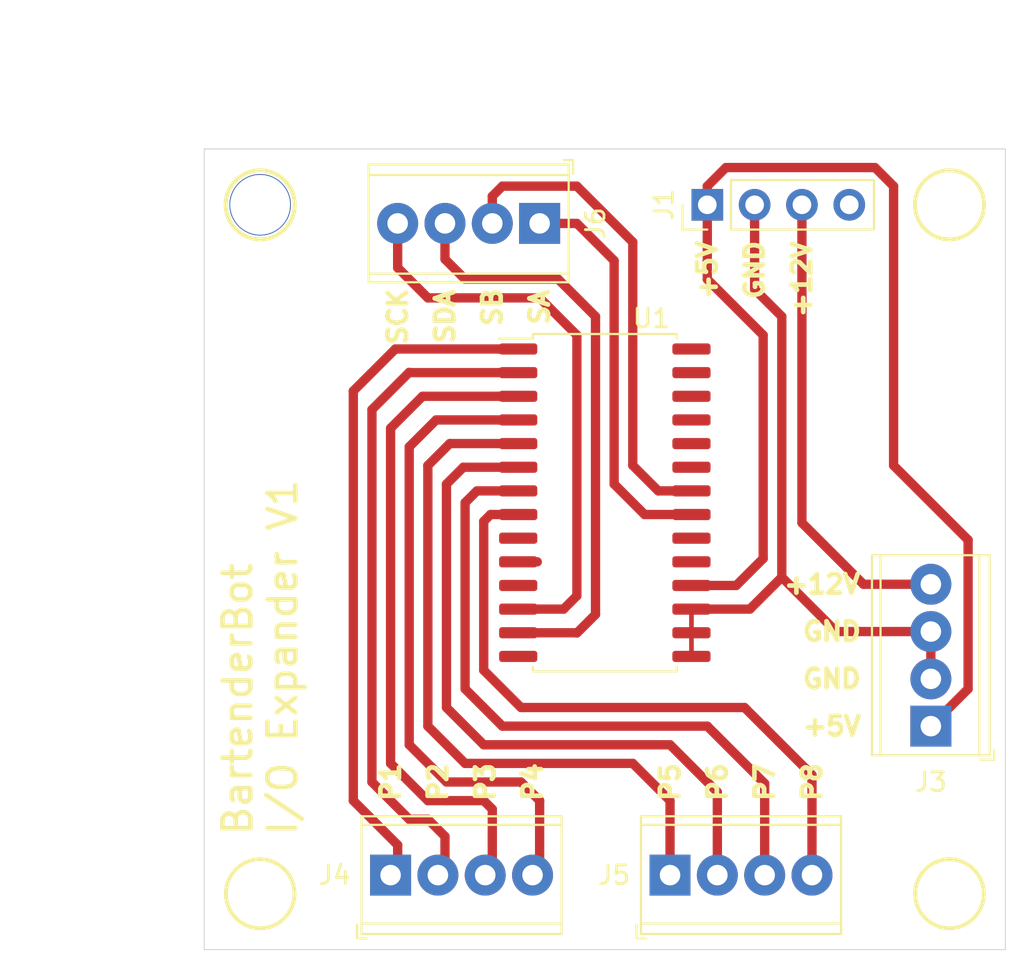
<source format=kicad_pcb>
(kicad_pcb (version 20171130) (host pcbnew "(5.1.8-0-10_14)")

  (general
    (thickness 1.6)
    (drawings 26)
    (tracks 116)
    (zones 0)
    (modules 10)
    (nets 27)
  )

  (page A4)
  (layers
    (0 F.Cu signal)
    (31 B.Cu signal)
    (32 B.Adhes user)
    (33 F.Adhes user)
    (34 B.Paste user)
    (35 F.Paste user)
    (36 B.SilkS user)
    (37 F.SilkS user)
    (38 B.Mask user)
    (39 F.Mask user)
    (40 Dwgs.User user)
    (41 Cmts.User user)
    (42 Eco1.User user)
    (43 Eco2.User user)
    (44 Edge.Cuts user)
    (45 Margin user)
    (46 B.CrtYd user)
    (47 F.CrtYd user)
    (48 B.Fab user)
    (49 F.Fab user)
  )

  (setup
    (last_trace_width 0.25)
    (user_trace_width 0.5)
    (trace_clearance 0.2)
    (zone_clearance 0.508)
    (zone_45_only no)
    (trace_min 0.5)
    (via_size 0.8)
    (via_drill 0.4)
    (via_min_size 0.4)
    (via_min_drill 0.3)
    (uvia_size 0.3)
    (uvia_drill 0.1)
    (uvias_allowed no)
    (uvia_min_size 0.2)
    (uvia_min_drill 0.1)
    (edge_width 0.05)
    (segment_width 0.2)
    (pcb_text_width 0.3)
    (pcb_text_size 1.5 1.5)
    (mod_edge_width 0.12)
    (mod_text_size 1 1)
    (mod_text_width 0.15)
    (pad_size 3.302 3.302)
    (pad_drill 3.302)
    (pad_to_mask_clearance 0)
    (aux_axis_origin 0 0)
    (visible_elements FFFFFF7F)
    (pcbplotparams
      (layerselection 0x010fc_ffffffff)
      (usegerberextensions false)
      (usegerberattributes true)
      (usegerberadvancedattributes true)
      (creategerberjobfile true)
      (excludeedgelayer true)
      (linewidth 0.100000)
      (plotframeref false)
      (viasonmask false)
      (mode 1)
      (useauxorigin false)
      (hpglpennumber 1)
      (hpglpenspeed 20)
      (hpglpendiameter 15.000000)
      (psnegative false)
      (psa4output false)
      (plotreference true)
      (plotvalue true)
      (plotinvisibletext false)
      (padsonsilk false)
      (subtractmaskfromsilk false)
      (outputformat 1)
      (mirror false)
      (drillshape 0)
      (scaleselection 1)
      (outputdirectory ""))
  )

  (net 0 "")
  (net 1 +5V)
  (net 2 GND)
  (net 3 +12V)
  (net 4 /Pump4)
  (net 5 /Pump3)
  (net 6 /Pump2)
  (net 7 /Pump1)
  (net 8 /Pump5)
  (net 9 /Pump6)
  (net 10 /Pump7)
  (net 11 /Pump8)
  (net 12 /SCK)
  (net 13 /SDA)
  (net 14 /StepB)
  (net 15 /StepA)
  (net 16 "Net-(U1-Pad11)")
  (net 17 "Net-(U1-Pad14)")
  (net 18 "Net-(U1-Pad19)")
  (net 19 "Net-(U1-Pad20)")
  (net 20 "Net-(U1-Pad23)")
  (net 21 "Net-(U1-Pad24)")
  (net 22 "Net-(U1-Pad25)")
  (net 23 "Net-(U1-Pad26)")
  (net 24 "Net-(U1-Pad27)")
  (net 25 "Net-(U1-Pad28)")
  (net 26 "Net-(J1-Pad4)")

  (net_class Default "This is the default net class."
    (clearance 0.2)
    (trace_width 0.25)
    (via_dia 0.8)
    (via_drill 0.4)
    (uvia_dia 0.3)
    (uvia_drill 0.1)
    (add_net +12V)
    (add_net +5V)
    (add_net /Pump1)
    (add_net /Pump2)
    (add_net /Pump3)
    (add_net /Pump4)
    (add_net /Pump5)
    (add_net /Pump6)
    (add_net /Pump7)
    (add_net /Pump8)
    (add_net /SCK)
    (add_net /SDA)
    (add_net /StepA)
    (add_net /StepB)
    (add_net GND)
    (add_net "Net-(J1-Pad4)")
    (add_net "Net-(U1-Pad11)")
    (add_net "Net-(U1-Pad14)")
    (add_net "Net-(U1-Pad19)")
    (add_net "Net-(U1-Pad20)")
    (add_net "Net-(U1-Pad23)")
    (add_net "Net-(U1-Pad24)")
    (add_net "Net-(U1-Pad25)")
    (add_net "Net-(U1-Pad26)")
    (add_net "Net-(U1-Pad27)")
    (add_net "Net-(U1-Pad28)")
  )

  (module Package_SO:SOIC-28W_7.5x17.9mm_P1.27mm (layer F.Cu) (tedit 5D9F72B1) (tstamp 5FC67BB7)
    (at 121.5 59)
    (descr "SOIC, 28 Pin (JEDEC MS-013AE, https://www.analog.com/media/en/package-pcb-resources/package/35833120341221rw_28.pdf), generated with kicad-footprint-generator ipc_gullwing_generator.py")
    (tags "SOIC SO")
    (path /5FC5ECEE)
    (attr smd)
    (fp_text reference U1 (at 2.5 -9.9) (layer F.SilkS)
      (effects (font (size 1 1) (thickness 0.15)))
    )
    (fp_text value MCP23017_SO (at 0 9.9) (layer F.Fab)
      (effects (font (size 1 1) (thickness 0.15)))
    )
    (fp_line (start 0 9.06) (end 3.86 9.06) (layer F.SilkS) (width 0.12))
    (fp_line (start 3.86 9.06) (end 3.86 8.815) (layer F.SilkS) (width 0.12))
    (fp_line (start 0 9.06) (end -3.86 9.06) (layer F.SilkS) (width 0.12))
    (fp_line (start -3.86 9.06) (end -3.86 8.815) (layer F.SilkS) (width 0.12))
    (fp_line (start 0 -9.06) (end 3.86 -9.06) (layer F.SilkS) (width 0.12))
    (fp_line (start 3.86 -9.06) (end 3.86 -8.815) (layer F.SilkS) (width 0.12))
    (fp_line (start 0 -9.06) (end -3.86 -9.06) (layer F.SilkS) (width 0.12))
    (fp_line (start -3.86 -9.06) (end -3.86 -8.815) (layer F.SilkS) (width 0.12))
    (fp_line (start -3.86 -8.815) (end -5.675 -8.815) (layer F.SilkS) (width 0.12))
    (fp_line (start -2.75 -8.95) (end 3.75 -8.95) (layer F.Fab) (width 0.1))
    (fp_line (start 3.75 -8.95) (end 3.75 8.95) (layer F.Fab) (width 0.1))
    (fp_line (start 3.75 8.95) (end -3.75 8.95) (layer F.Fab) (width 0.1))
    (fp_line (start -3.75 8.95) (end -3.75 -7.95) (layer F.Fab) (width 0.1))
    (fp_line (start -3.75 -7.95) (end -2.75 -8.95) (layer F.Fab) (width 0.1))
    (fp_line (start -5.93 -9.2) (end -5.93 9.2) (layer F.CrtYd) (width 0.05))
    (fp_line (start -5.93 9.2) (end 5.93 9.2) (layer F.CrtYd) (width 0.05))
    (fp_line (start 5.93 9.2) (end 5.93 -9.2) (layer F.CrtYd) (width 0.05))
    (fp_line (start 5.93 -9.2) (end -5.93 -9.2) (layer F.CrtYd) (width 0.05))
    (fp_text user %R (at 0 0) (layer F.Fab)
      (effects (font (size 1 1) (thickness 0.15)))
    )
    (pad 1 smd roundrect (at -4.65 -8.255) (size 2.05 0.6) (layers F.Cu F.Paste F.Mask) (roundrect_rratio 0.25)
      (net 7 /Pump1))
    (pad 2 smd roundrect (at -4.65 -6.985) (size 2.05 0.6) (layers F.Cu F.Paste F.Mask) (roundrect_rratio 0.25)
      (net 6 /Pump2))
    (pad 3 smd roundrect (at -4.65 -5.715) (size 2.05 0.6) (layers F.Cu F.Paste F.Mask) (roundrect_rratio 0.25)
      (net 5 /Pump3))
    (pad 4 smd roundrect (at -4.65 -4.445) (size 2.05 0.6) (layers F.Cu F.Paste F.Mask) (roundrect_rratio 0.25)
      (net 4 /Pump4))
    (pad 5 smd roundrect (at -4.65 -3.175) (size 2.05 0.6) (layers F.Cu F.Paste F.Mask) (roundrect_rratio 0.25)
      (net 8 /Pump5))
    (pad 6 smd roundrect (at -4.65 -1.905) (size 2.05 0.6) (layers F.Cu F.Paste F.Mask) (roundrect_rratio 0.25)
      (net 9 /Pump6))
    (pad 7 smd roundrect (at -4.65 -0.635) (size 2.05 0.6) (layers F.Cu F.Paste F.Mask) (roundrect_rratio 0.25)
      (net 10 /Pump7))
    (pad 8 smd roundrect (at -4.65 0.635) (size 2.05 0.6) (layers F.Cu F.Paste F.Mask) (roundrect_rratio 0.25)
      (net 11 /Pump8))
    (pad 9 smd roundrect (at -4.65 1.905) (size 2.05 0.6) (layers F.Cu F.Paste F.Mask) (roundrect_rratio 0.25)
      (net 1 +5V))
    (pad 10 smd roundrect (at -4.65 3.175) (size 2.05 0.6) (layers F.Cu F.Paste F.Mask) (roundrect_rratio 0.25)
      (net 2 GND))
    (pad 11 smd roundrect (at -4.65 4.445) (size 2.05 0.6) (layers F.Cu F.Paste F.Mask) (roundrect_rratio 0.25)
      (net 16 "Net-(U1-Pad11)"))
    (pad 12 smd roundrect (at -4.65 5.715) (size 2.05 0.6) (layers F.Cu F.Paste F.Mask) (roundrect_rratio 0.25)
      (net 12 /SCK))
    (pad 13 smd roundrect (at -4.65 6.985) (size 2.05 0.6) (layers F.Cu F.Paste F.Mask) (roundrect_rratio 0.25)
      (net 13 /SDA))
    (pad 14 smd roundrect (at -4.65 8.255) (size 2.05 0.6) (layers F.Cu F.Paste F.Mask) (roundrect_rratio 0.25)
      (net 17 "Net-(U1-Pad14)"))
    (pad 15 smd roundrect (at 4.65 8.255) (size 2.05 0.6) (layers F.Cu F.Paste F.Mask) (roundrect_rratio 0.25)
      (net 2 GND))
    (pad 16 smd roundrect (at 4.65 6.985) (size 2.05 0.6) (layers F.Cu F.Paste F.Mask) (roundrect_rratio 0.25)
      (net 2 GND))
    (pad 17 smd roundrect (at 4.65 5.715) (size 2.05 0.6) (layers F.Cu F.Paste F.Mask) (roundrect_rratio 0.25)
      (net 2 GND))
    (pad 18 smd roundrect (at 4.65 4.445) (size 2.05 0.6) (layers F.Cu F.Paste F.Mask) (roundrect_rratio 0.25)
      (net 1 +5V))
    (pad 19 smd roundrect (at 4.65 3.175) (size 2.05 0.6) (layers F.Cu F.Paste F.Mask) (roundrect_rratio 0.25)
      (net 18 "Net-(U1-Pad19)"))
    (pad 20 smd roundrect (at 4.65 1.905) (size 2.05 0.6) (layers F.Cu F.Paste F.Mask) (roundrect_rratio 0.25)
      (net 19 "Net-(U1-Pad20)"))
    (pad 21 smd roundrect (at 4.65 0.635) (size 2.05 0.6) (layers F.Cu F.Paste F.Mask) (roundrect_rratio 0.25)
      (net 15 /StepA))
    (pad 22 smd roundrect (at 4.65 -0.635) (size 2.05 0.6) (layers F.Cu F.Paste F.Mask) (roundrect_rratio 0.25)
      (net 14 /StepB))
    (pad 23 smd roundrect (at 4.65 -1.905) (size 2.05 0.6) (layers F.Cu F.Paste F.Mask) (roundrect_rratio 0.25)
      (net 20 "Net-(U1-Pad23)"))
    (pad 24 smd roundrect (at 4.65 -3.175) (size 2.05 0.6) (layers F.Cu F.Paste F.Mask) (roundrect_rratio 0.25)
      (net 21 "Net-(U1-Pad24)"))
    (pad 25 smd roundrect (at 4.65 -4.445) (size 2.05 0.6) (layers F.Cu F.Paste F.Mask) (roundrect_rratio 0.25)
      (net 22 "Net-(U1-Pad25)"))
    (pad 26 smd roundrect (at 4.65 -5.715) (size 2.05 0.6) (layers F.Cu F.Paste F.Mask) (roundrect_rratio 0.25)
      (net 23 "Net-(U1-Pad26)"))
    (pad 27 smd roundrect (at 4.65 -6.985) (size 2.05 0.6) (layers F.Cu F.Paste F.Mask) (roundrect_rratio 0.25)
      (net 24 "Net-(U1-Pad27)"))
    (pad 28 smd roundrect (at 4.65 -8.255) (size 2.05 0.6) (layers F.Cu F.Paste F.Mask) (roundrect_rratio 0.25)
      (net 25 "Net-(U1-Pad28)"))
    (model ${KISYS3DMOD}/Package_SO.3dshapes/SOIC-28W_7.5x17.9mm_P1.27mm.wrl
      (at (xyz 0 0 0))
      (scale (xyz 1 1 1))
      (rotate (xyz 0 0 0))
    )
  )

  (module TerminalBlock_Phoenix:TerminalBlock_Phoenix_MPT-0,5-4-2.54_1x04_P2.54mm_Horizontal (layer F.Cu) (tedit 5B294F98) (tstamp 5FC71A2F)
    (at 118 44 180)
    (descr "Terminal Block Phoenix MPT-0,5-4-2.54, 4 pins, pitch 2.54mm, size 10.6x6.2mm^2, drill diamater 1.1mm, pad diameter 2.2mm, see http://www.mouser.com/ds/2/324/ItemDetail_1725672-916605.pdf, script-generated using https://github.com/pointhi/kicad-footprint-generator/scripts/TerminalBlock_Phoenix")
    (tags "THT Terminal Block Phoenix MPT-0,5-4-2.54 pitch 2.54mm size 10.6x6.2mm^2 drill 1.1mm pad 2.2mm")
    (path /5FC6C712)
    (fp_text reference J6 (at -3 0 90) (layer F.SilkS)
      (effects (font (size 1 1) (thickness 0.15)))
    )
    (fp_text value Screw_Terminal_01x04 (at 3.81 4.16) (layer F.Fab)
      (effects (font (size 1 1) (thickness 0.15)))
    )
    (fp_circle (center 0 0) (end 1.1 0) (layer F.Fab) (width 0.1))
    (fp_circle (center 2.54 0) (end 3.64 0) (layer F.Fab) (width 0.1))
    (fp_circle (center 5.08 0) (end 6.18 0) (layer F.Fab) (width 0.1))
    (fp_circle (center 7.62 0) (end 8.72 0) (layer F.Fab) (width 0.1))
    (fp_line (start -1.5 -3.1) (end 9.12 -3.1) (layer F.Fab) (width 0.1))
    (fp_line (start 9.12 -3.1) (end 9.12 3.1) (layer F.Fab) (width 0.1))
    (fp_line (start 9.12 3.1) (end -1 3.1) (layer F.Fab) (width 0.1))
    (fp_line (start -1 3.1) (end -1.5 2.6) (layer F.Fab) (width 0.1))
    (fp_line (start -1.5 2.6) (end -1.5 -3.1) (layer F.Fab) (width 0.1))
    (fp_line (start -1.5 2.6) (end 9.12 2.6) (layer F.Fab) (width 0.1))
    (fp_line (start -1.56 2.6) (end 9.18 2.6) (layer F.SilkS) (width 0.12))
    (fp_line (start -1.5 -2.7) (end 9.12 -2.7) (layer F.Fab) (width 0.1))
    (fp_line (start -1.56 -2.7) (end 9.18 -2.7) (layer F.SilkS) (width 0.12))
    (fp_line (start -1.56 -3.16) (end 9.18 -3.16) (layer F.SilkS) (width 0.12))
    (fp_line (start -1.56 3.16) (end 9.18 3.16) (layer F.SilkS) (width 0.12))
    (fp_line (start -1.56 -3.16) (end -1.56 3.16) (layer F.SilkS) (width 0.12))
    (fp_line (start 9.18 -3.16) (end 9.18 3.16) (layer F.SilkS) (width 0.12))
    (fp_line (start 0.835 -0.7) (end -0.701 0.835) (layer F.Fab) (width 0.1))
    (fp_line (start 0.701 -0.835) (end -0.835 0.7) (layer F.Fab) (width 0.1))
    (fp_line (start 3.375 -0.7) (end 1.84 0.835) (layer F.Fab) (width 0.1))
    (fp_line (start 3.241 -0.835) (end 1.706 0.7) (layer F.Fab) (width 0.1))
    (fp_line (start 5.915 -0.7) (end 4.38 0.835) (layer F.Fab) (width 0.1))
    (fp_line (start 5.781 -0.835) (end 4.246 0.7) (layer F.Fab) (width 0.1))
    (fp_line (start 8.455 -0.7) (end 6.92 0.835) (layer F.Fab) (width 0.1))
    (fp_line (start 8.321 -0.835) (end 6.786 0.7) (layer F.Fab) (width 0.1))
    (fp_line (start -1.8 2.66) (end -1.8 3.4) (layer F.SilkS) (width 0.12))
    (fp_line (start -1.8 3.4) (end -1.3 3.4) (layer F.SilkS) (width 0.12))
    (fp_line (start -2 -3.6) (end -2 3.6) (layer F.CrtYd) (width 0.05))
    (fp_line (start -2 3.6) (end 9.63 3.6) (layer F.CrtYd) (width 0.05))
    (fp_line (start 9.63 3.6) (end 9.63 -3.6) (layer F.CrtYd) (width 0.05))
    (fp_line (start 9.63 -3.6) (end -2 -3.6) (layer F.CrtYd) (width 0.05))
    (fp_text user %R (at 3.81 2) (layer F.Fab)
      (effects (font (size 1 1) (thickness 0.15)))
    )
    (pad 4 thru_hole circle (at 7.62 0 180) (size 2.2 2.2) (drill 1.1) (layers *.Cu *.Mask)
      (net 12 /SCK))
    (pad 3 thru_hole circle (at 5.08 0 180) (size 2.2 2.2) (drill 1.1) (layers *.Cu *.Mask)
      (net 13 /SDA))
    (pad 2 thru_hole circle (at 2.54 0 180) (size 2.2 2.2) (drill 1.1) (layers *.Cu *.Mask)
      (net 14 /StepB))
    (pad 1 thru_hole rect (at 0 0 180) (size 2.2 2.2) (drill 1.1) (layers *.Cu *.Mask)
      (net 15 /StepA))
    (model ${KISYS3DMOD}/TerminalBlock_Phoenix.3dshapes/TerminalBlock_Phoenix_MPT-0,5-4-2.54_1x04_P2.54mm_Horizontal.wrl
      (at (xyz 0 0 0))
      (scale (xyz 1 1 1))
      (rotate (xyz 0 0 0))
    )
    (model ${KISYS3DMOD}/TerminalBlock_Phoenix.3dshapes/TerminalBlock_Phoenix_MPT-0%2C5-4-2.54_1x04_P2.54mm_Horizontal.wrl
      (at (xyz 0 0 0))
      (scale (xyz 1 1 1))
      (rotate (xyz 0 0 0))
    )
  )

  (module TerminalBlock_Phoenix:TerminalBlock_Phoenix_MPT-0,5-4-2.54_1x04_P2.54mm_Horizontal (layer F.Cu) (tedit 5B294F98) (tstamp 5FC71A08)
    (at 125 79)
    (descr "Terminal Block Phoenix MPT-0,5-4-2.54, 4 pins, pitch 2.54mm, size 10.6x6.2mm^2, drill diamater 1.1mm, pad diameter 2.2mm, see http://www.mouser.com/ds/2/324/ItemDetail_1725672-916605.pdf, script-generated using https://github.com/pointhi/kicad-footprint-generator/scripts/TerminalBlock_Phoenix")
    (tags "THT Terminal Block Phoenix MPT-0,5-4-2.54 pitch 2.54mm size 10.6x6.2mm^2 drill 1.1mm pad 2.2mm")
    (path /5FC6AE87)
    (fp_text reference J5 (at -3 0) (layer F.SilkS)
      (effects (font (size 1 1) (thickness 0.15)))
    )
    (fp_text value Screw_Terminal_01x04 (at 3.81 4.16) (layer F.Fab)
      (effects (font (size 1 1) (thickness 0.15)))
    )
    (fp_circle (center 0 0) (end 1.1 0) (layer F.Fab) (width 0.1))
    (fp_circle (center 2.54 0) (end 3.64 0) (layer F.Fab) (width 0.1))
    (fp_circle (center 5.08 0) (end 6.18 0) (layer F.Fab) (width 0.1))
    (fp_circle (center 7.62 0) (end 8.72 0) (layer F.Fab) (width 0.1))
    (fp_line (start -1.5 -3.1) (end 9.12 -3.1) (layer F.Fab) (width 0.1))
    (fp_line (start 9.12 -3.1) (end 9.12 3.1) (layer F.Fab) (width 0.1))
    (fp_line (start 9.12 3.1) (end -1 3.1) (layer F.Fab) (width 0.1))
    (fp_line (start -1 3.1) (end -1.5 2.6) (layer F.Fab) (width 0.1))
    (fp_line (start -1.5 2.6) (end -1.5 -3.1) (layer F.Fab) (width 0.1))
    (fp_line (start -1.5 2.6) (end 9.12 2.6) (layer F.Fab) (width 0.1))
    (fp_line (start -1.56 2.6) (end 9.18 2.6) (layer F.SilkS) (width 0.12))
    (fp_line (start -1.5 -2.7) (end 9.12 -2.7) (layer F.Fab) (width 0.1))
    (fp_line (start -1.56 -2.7) (end 9.18 -2.7) (layer F.SilkS) (width 0.12))
    (fp_line (start -1.56 -3.16) (end 9.18 -3.16) (layer F.SilkS) (width 0.12))
    (fp_line (start -1.56 3.16) (end 9.18 3.16) (layer F.SilkS) (width 0.12))
    (fp_line (start -1.56 -3.16) (end -1.56 3.16) (layer F.SilkS) (width 0.12))
    (fp_line (start 9.18 -3.16) (end 9.18 3.16) (layer F.SilkS) (width 0.12))
    (fp_line (start 0.835 -0.7) (end -0.701 0.835) (layer F.Fab) (width 0.1))
    (fp_line (start 0.701 -0.835) (end -0.835 0.7) (layer F.Fab) (width 0.1))
    (fp_line (start 3.375 -0.7) (end 1.84 0.835) (layer F.Fab) (width 0.1))
    (fp_line (start 3.241 -0.835) (end 1.706 0.7) (layer F.Fab) (width 0.1))
    (fp_line (start 5.915 -0.7) (end 4.38 0.835) (layer F.Fab) (width 0.1))
    (fp_line (start 5.781 -0.835) (end 4.246 0.7) (layer F.Fab) (width 0.1))
    (fp_line (start 8.455 -0.7) (end 6.92 0.835) (layer F.Fab) (width 0.1))
    (fp_line (start 8.321 -0.835) (end 6.786 0.7) (layer F.Fab) (width 0.1))
    (fp_line (start -1.8 2.66) (end -1.8 3.4) (layer F.SilkS) (width 0.12))
    (fp_line (start -1.8 3.4) (end -1.3 3.4) (layer F.SilkS) (width 0.12))
    (fp_line (start -2 -3.6) (end -2 3.6) (layer F.CrtYd) (width 0.05))
    (fp_line (start -2 3.6) (end 9.63 3.6) (layer F.CrtYd) (width 0.05))
    (fp_line (start 9.63 3.6) (end 9.63 -3.6) (layer F.CrtYd) (width 0.05))
    (fp_line (start 9.63 -3.6) (end -2 -3.6) (layer F.CrtYd) (width 0.05))
    (fp_text user %R (at 3.81 2) (layer F.Fab)
      (effects (font (size 1 1) (thickness 0.15)))
    )
    (pad 4 thru_hole circle (at 7.62 0) (size 2.2 2.2) (drill 1.1) (layers *.Cu *.Mask)
      (net 11 /Pump8))
    (pad 3 thru_hole circle (at 5.08 0) (size 2.2 2.2) (drill 1.1) (layers *.Cu *.Mask)
      (net 10 /Pump7))
    (pad 2 thru_hole circle (at 2.54 0) (size 2.2 2.2) (drill 1.1) (layers *.Cu *.Mask)
      (net 9 /Pump6))
    (pad 1 thru_hole rect (at 0 0) (size 2.2 2.2) (drill 1.1) (layers *.Cu *.Mask)
      (net 8 /Pump5))
    (model ${KISYS3DMOD}/TerminalBlock_Phoenix.3dshapes/TerminalBlock_Phoenix_MPT-0,5-4-2.54_1x04_P2.54mm_Horizontal.wrl
      (at (xyz 0 0 0))
      (scale (xyz 1 1 1))
      (rotate (xyz 0 0 0))
    )
    (model ${KISYS3DMOD}/TerminalBlock_Phoenix.3dshapes/TerminalBlock_Phoenix_MPT-0%2C5-4-2.54_1x04_P2.54mm_Horizontal.wrl
      (at (xyz 0 0 0))
      (scale (xyz 1 1 1))
      (rotate (xyz 0 0 0))
    )
  )

  (module TerminalBlock_Phoenix:TerminalBlock_Phoenix_MPT-0,5-4-2.54_1x04_P2.54mm_Horizontal (layer F.Cu) (tedit 5B294F98) (tstamp 5FC719E1)
    (at 110 79)
    (descr "Terminal Block Phoenix MPT-0,5-4-2.54, 4 pins, pitch 2.54mm, size 10.6x6.2mm^2, drill diamater 1.1mm, pad diameter 2.2mm, see http://www.mouser.com/ds/2/324/ItemDetail_1725672-916605.pdf, script-generated using https://github.com/pointhi/kicad-footprint-generator/scripts/TerminalBlock_Phoenix")
    (tags "THT Terminal Block Phoenix MPT-0,5-4-2.54 pitch 2.54mm size 10.6x6.2mm^2 drill 1.1mm pad 2.2mm")
    (path /5FC6A709)
    (fp_text reference J4 (at -3 0) (layer F.SilkS)
      (effects (font (size 1 1) (thickness 0.15)))
    )
    (fp_text value Screw_Terminal_01x04 (at 3.81 4.16) (layer F.Fab)
      (effects (font (size 1 1) (thickness 0.15)))
    )
    (fp_circle (center 0 0) (end 1.1 0) (layer F.Fab) (width 0.1))
    (fp_circle (center 2.54 0) (end 3.64 0) (layer F.Fab) (width 0.1))
    (fp_circle (center 5.08 0) (end 6.18 0) (layer F.Fab) (width 0.1))
    (fp_circle (center 7.62 0) (end 8.72 0) (layer F.Fab) (width 0.1))
    (fp_line (start -1.5 -3.1) (end 9.12 -3.1) (layer F.Fab) (width 0.1))
    (fp_line (start 9.12 -3.1) (end 9.12 3.1) (layer F.Fab) (width 0.1))
    (fp_line (start 9.12 3.1) (end -1 3.1) (layer F.Fab) (width 0.1))
    (fp_line (start -1 3.1) (end -1.5 2.6) (layer F.Fab) (width 0.1))
    (fp_line (start -1.5 2.6) (end -1.5 -3.1) (layer F.Fab) (width 0.1))
    (fp_line (start -1.5 2.6) (end 9.12 2.6) (layer F.Fab) (width 0.1))
    (fp_line (start -1.56 2.6) (end 9.18 2.6) (layer F.SilkS) (width 0.12))
    (fp_line (start -1.5 -2.7) (end 9.12 -2.7) (layer F.Fab) (width 0.1))
    (fp_line (start -1.56 -2.7) (end 9.18 -2.7) (layer F.SilkS) (width 0.12))
    (fp_line (start -1.56 -3.16) (end 9.18 -3.16) (layer F.SilkS) (width 0.12))
    (fp_line (start -1.56 3.16) (end 9.18 3.16) (layer F.SilkS) (width 0.12))
    (fp_line (start -1.56 -3.16) (end -1.56 3.16) (layer F.SilkS) (width 0.12))
    (fp_line (start 9.18 -3.16) (end 9.18 3.16) (layer F.SilkS) (width 0.12))
    (fp_line (start 0.835 -0.7) (end -0.701 0.835) (layer F.Fab) (width 0.1))
    (fp_line (start 0.701 -0.835) (end -0.835 0.7) (layer F.Fab) (width 0.1))
    (fp_line (start 3.375 -0.7) (end 1.84 0.835) (layer F.Fab) (width 0.1))
    (fp_line (start 3.241 -0.835) (end 1.706 0.7) (layer F.Fab) (width 0.1))
    (fp_line (start 5.915 -0.7) (end 4.38 0.835) (layer F.Fab) (width 0.1))
    (fp_line (start 5.781 -0.835) (end 4.246 0.7) (layer F.Fab) (width 0.1))
    (fp_line (start 8.455 -0.7) (end 6.92 0.835) (layer F.Fab) (width 0.1))
    (fp_line (start 8.321 -0.835) (end 6.786 0.7) (layer F.Fab) (width 0.1))
    (fp_line (start -1.8 2.66) (end -1.8 3.4) (layer F.SilkS) (width 0.12))
    (fp_line (start -1.8 3.4) (end -1.3 3.4) (layer F.SilkS) (width 0.12))
    (fp_line (start -2 -3.6) (end -2 3.6) (layer F.CrtYd) (width 0.05))
    (fp_line (start -2 3.6) (end 9.63 3.6) (layer F.CrtYd) (width 0.05))
    (fp_line (start 9.63 3.6) (end 9.63 -3.6) (layer F.CrtYd) (width 0.05))
    (fp_line (start 9.63 -3.6) (end -2 -3.6) (layer F.CrtYd) (width 0.05))
    (fp_text user %R (at 3.81 2) (layer F.Fab)
      (effects (font (size 1 1) (thickness 0.15)))
    )
    (pad 4 thru_hole circle (at 7.62 0) (size 2.2 2.2) (drill 1.1) (layers *.Cu *.Mask)
      (net 4 /Pump4))
    (pad 3 thru_hole circle (at 5.08 0) (size 2.2 2.2) (drill 1.1) (layers *.Cu *.Mask)
      (net 5 /Pump3))
    (pad 2 thru_hole circle (at 2.54 0) (size 2.2 2.2) (drill 1.1) (layers *.Cu *.Mask)
      (net 6 /Pump2))
    (pad 1 thru_hole rect (at 0 0) (size 2.2 2.2) (drill 1.1) (layers *.Cu *.Mask)
      (net 7 /Pump1))
    (model ${KISYS3DMOD}/TerminalBlock_Phoenix.3dshapes/TerminalBlock_Phoenix_MPT-0,5-4-2.54_1x04_P2.54mm_Horizontal.wrl
      (at (xyz 0 0 0))
      (scale (xyz 1 1 1))
      (rotate (xyz 0 0 0))
    )
    (model ${KISYS3DMOD}/TerminalBlock_Phoenix.3dshapes/TerminalBlock_Phoenix_MPT-0%2C5-4-2.54_1x04_P2.54mm_Horizontal.wrl
      (at (xyz 0 0 0))
      (scale (xyz 1 1 1))
      (rotate (xyz 0 0 0))
    )
  )

  (module TerminalBlock_Phoenix:TerminalBlock_Phoenix_MPT-0,5-4-2.54_1x04_P2.54mm_Horizontal (layer F.Cu) (tedit 5B294F98) (tstamp 5FC719BA)
    (at 139 71 90)
    (descr "Terminal Block Phoenix MPT-0,5-4-2.54, 4 pins, pitch 2.54mm, size 10.6x6.2mm^2, drill diamater 1.1mm, pad diameter 2.2mm, see http://www.mouser.com/ds/2/324/ItemDetail_1725672-916605.pdf, script-generated using https://github.com/pointhi/kicad-footprint-generator/scripts/TerminalBlock_Phoenix")
    (tags "THT Terminal Block Phoenix MPT-0,5-4-2.54 pitch 2.54mm size 10.6x6.2mm^2 drill 1.1mm pad 2.2mm")
    (path /5FC60520)
    (fp_text reference J3 (at -3 0 180) (layer F.SilkS)
      (effects (font (size 1 1) (thickness 0.15)))
    )
    (fp_text value Screw_Terminal_01x04 (at 3.81 4.16 90) (layer F.Fab)
      (effects (font (size 1 1) (thickness 0.15)))
    )
    (fp_circle (center 0 0) (end 1.1 0) (layer F.Fab) (width 0.1))
    (fp_circle (center 2.54 0) (end 3.64 0) (layer F.Fab) (width 0.1))
    (fp_circle (center 5.08 0) (end 6.18 0) (layer F.Fab) (width 0.1))
    (fp_circle (center 7.62 0) (end 8.72 0) (layer F.Fab) (width 0.1))
    (fp_line (start -1.5 -3.1) (end 9.12 -3.1) (layer F.Fab) (width 0.1))
    (fp_line (start 9.12 -3.1) (end 9.12 3.1) (layer F.Fab) (width 0.1))
    (fp_line (start 9.12 3.1) (end -1 3.1) (layer F.Fab) (width 0.1))
    (fp_line (start -1 3.1) (end -1.5 2.6) (layer F.Fab) (width 0.1))
    (fp_line (start -1.5 2.6) (end -1.5 -3.1) (layer F.Fab) (width 0.1))
    (fp_line (start -1.5 2.6) (end 9.12 2.6) (layer F.Fab) (width 0.1))
    (fp_line (start -1.56 2.6) (end 9.18 2.6) (layer F.SilkS) (width 0.12))
    (fp_line (start -1.5 -2.7) (end 9.12 -2.7) (layer F.Fab) (width 0.1))
    (fp_line (start -1.56 -2.7) (end 9.18 -2.7) (layer F.SilkS) (width 0.12))
    (fp_line (start -1.56 -3.16) (end 9.18 -3.16) (layer F.SilkS) (width 0.12))
    (fp_line (start -1.56 3.16) (end 9.18 3.16) (layer F.SilkS) (width 0.12))
    (fp_line (start -1.56 -3.16) (end -1.56 3.16) (layer F.SilkS) (width 0.12))
    (fp_line (start 9.18 -3.16) (end 9.18 3.16) (layer F.SilkS) (width 0.12))
    (fp_line (start 0.835 -0.7) (end -0.701 0.835) (layer F.Fab) (width 0.1))
    (fp_line (start 0.701 -0.835) (end -0.835 0.7) (layer F.Fab) (width 0.1))
    (fp_line (start 3.375 -0.7) (end 1.84 0.835) (layer F.Fab) (width 0.1))
    (fp_line (start 3.241 -0.835) (end 1.706 0.7) (layer F.Fab) (width 0.1))
    (fp_line (start 5.915 -0.7) (end 4.38 0.835) (layer F.Fab) (width 0.1))
    (fp_line (start 5.781 -0.835) (end 4.246 0.7) (layer F.Fab) (width 0.1))
    (fp_line (start 8.455 -0.7) (end 6.92 0.835) (layer F.Fab) (width 0.1))
    (fp_line (start 8.321 -0.835) (end 6.786 0.7) (layer F.Fab) (width 0.1))
    (fp_line (start -1.8 2.66) (end -1.8 3.4) (layer F.SilkS) (width 0.12))
    (fp_line (start -1.8 3.4) (end -1.3 3.4) (layer F.SilkS) (width 0.12))
    (fp_line (start -2 -3.6) (end -2 3.6) (layer F.CrtYd) (width 0.05))
    (fp_line (start -2 3.6) (end 9.63 3.6) (layer F.CrtYd) (width 0.05))
    (fp_line (start 9.63 3.6) (end 9.63 -3.6) (layer F.CrtYd) (width 0.05))
    (fp_line (start 9.63 -3.6) (end -2 -3.6) (layer F.CrtYd) (width 0.05))
    (fp_text user %R (at 3.81 2 90) (layer F.Fab)
      (effects (font (size 1 1) (thickness 0.15)))
    )
    (pad 4 thru_hole circle (at 7.62 0 90) (size 2.2 2.2) (drill 1.1) (layers *.Cu *.Mask)
      (net 3 +12V))
    (pad 3 thru_hole circle (at 5.08 0 90) (size 2.2 2.2) (drill 1.1) (layers *.Cu *.Mask)
      (net 2 GND))
    (pad 2 thru_hole circle (at 2.54 0 90) (size 2.2 2.2) (drill 1.1) (layers *.Cu *.Mask)
      (net 2 GND))
    (pad 1 thru_hole rect (at 0 0 90) (size 2.2 2.2) (drill 1.1) (layers *.Cu *.Mask)
      (net 1 +5V))
    (model ${KISYS3DMOD}/TerminalBlock_Phoenix.3dshapes/TerminalBlock_Phoenix_MPT-0,5-4-2.54_1x04_P2.54mm_Horizontal.wrl
      (at (xyz 0 0 0))
      (scale (xyz 1 1 1))
      (rotate (xyz 0 0 0))
    )
    (model ${KISYS3DMOD}/TerminalBlock_Phoenix.3dshapes/TerminalBlock_Phoenix_MPT-0%2C5-4-2.54_1x04_P2.54mm_Horizontal.wrl
      (at (xyz 0 0 0))
      (scale (xyz 1 1 1))
      (rotate (xyz 0 0 0))
    )
  )

  (module Hardware:STAND-OFF (layer F.Cu) (tedit 200000) (tstamp 5FC6B215)
    (at 140 80)
    (descr "STANDOFF (#4 SCREW)")
    (tags "STANDOFF (#4 SCREW)")
    (attr virtual)
    (fp_text reference "" (at 0 -3.302) (layer F.SilkS)
      (effects (font (size 0.6096 0.6096) (thickness 0.127)))
    )
    (fp_text value "" (at 0 3.429) (layer F.SilkS)
      (effects (font (size 0.6096 0.6096) (thickness 0.127)))
    )
    (fp_circle (center 0 0) (end 0 -2.794) (layer F.CrtYd) (width 0.127))
    (fp_arc (start 0 0) (end 0 1.8542) (angle 180) (layer F.SilkS) (width 0.2032))
    (fp_arc (start 0 0) (end 0 -1.8542) (angle 180) (layer F.SilkS) (width 0.2032))
    (fp_arc (start 0 0) (end 0 1.8542) (angle 180) (layer F.SilkS) (width 0.2032))
    (fp_arc (start 0 0) (end 0 -1.8542) (angle 180) (layer F.SilkS) (width 0.2032))
    (pad "" np_thru_hole circle (at 0 0) (size 3.302 3.302) (drill 3.302) (layers *.Cu *.Mask)
      (solder_mask_margin 0.1016))
  )

  (module Hardware:STAND-OFF (layer F.Cu) (tedit 200000) (tstamp 5FC6B1CC)
    (at 103 80)
    (descr "STANDOFF (#4 SCREW)")
    (tags "STANDOFF (#4 SCREW)")
    (attr virtual)
    (fp_text reference "" (at 0 -3.302) (layer F.SilkS)
      (effects (font (size 0.6096 0.6096) (thickness 0.127)))
    )
    (fp_text value "" (at 0 3.429) (layer F.SilkS)
      (effects (font (size 0.6096 0.6096) (thickness 0.127)))
    )
    (fp_circle (center 0 0) (end 0 -2.794) (layer F.CrtYd) (width 0.127))
    (fp_arc (start 0 0) (end 0 1.8542) (angle 180) (layer F.SilkS) (width 0.2032))
    (fp_arc (start 0 0) (end 0 -1.8542) (angle 180) (layer F.SilkS) (width 0.2032))
    (fp_arc (start 0 0) (end 0 1.8542) (angle 180) (layer F.SilkS) (width 0.2032))
    (fp_arc (start 0 0) (end 0 -1.8542) (angle 180) (layer F.SilkS) (width 0.2032))
    (pad "" np_thru_hole circle (at 0 0) (size 3.302 3.302) (drill 3.302) (layers *.Cu *.Mask)
      (solder_mask_margin 0.1016))
  )

  (module Hardware:STAND-OFF (layer F.Cu) (tedit 5FC6B76F) (tstamp 5FC6B183)
    (at 140 43)
    (descr "STANDOFF (#4 SCREW)")
    (tags "STANDOFF (#4 SCREW)")
    (attr virtual)
    (fp_text reference "" (at 0 -3.302) (layer F.SilkS)
      (effects (font (size 0.6096 0.6096) (thickness 0.127)))
    )
    (fp_text value "" (at 0 3.429) (layer F.SilkS)
      (effects (font (size 0.6096 0.6096) (thickness 0.127)))
    )
    (fp_circle (center 0 0) (end 0 -2.794) (layer F.CrtYd) (width 0.127))
    (fp_arc (start 0 0) (end 0 1.8542) (angle 180) (layer F.SilkS) (width 0.2032))
    (fp_arc (start 0 0) (end 0 -1.8542) (angle 180) (layer F.SilkS) (width 0.2032))
    (fp_arc (start 0 0) (end 0 1.8542) (angle 180) (layer F.SilkS) (width 0.2032))
    (fp_arc (start 0 0) (end 0 -1.8542) (angle 180) (layer F.SilkS) (width 0.2032))
    (pad "" np_thru_hole circle (at 0 0) (size 3.302 3.302) (drill 3.302) (layers *.Cu *.Mask)
      (solder_mask_margin 0.1016))
  )

  (module Hardware:STAND-OFF locked (layer F.Cu) (tedit 5FC6B43C) (tstamp 5FC68238)
    (at 103 43)
    (descr "STANDOFF (#4 SCREW)")
    (tags "STANDOFF (#4 SCREW)")
    (attr virtual)
    (fp_text reference "" (at 0 -3.302) (layer F.SilkS)
      (effects (font (size 0.6096 0.6096) (thickness 0.127)))
    )
    (fp_text value "" (at 0 3.429) (layer F.SilkS)
      (effects (font (size 0.6096 0.6096) (thickness 0.127)))
    )
    (fp_circle (center 0 0) (end 0 -2.794) (layer F.CrtYd) (width 0.127))
    (fp_arc (start 0 0) (end 0 1.8542) (angle 180) (layer F.SilkS) (width 0.2032))
    (fp_arc (start 0 0) (end 0 -1.8542) (angle 180) (layer F.SilkS) (width 0.2032))
    (fp_arc (start 0 0) (end 0 1.8542) (angle 180) (layer F.SilkS) (width 0.2032))
    (fp_arc (start 0 0) (end 0 -1.8542) (angle 180) (layer F.SilkS) (width 0.2032))
    (pad "" np_thru_hole circle (at 0 0) (size 3.302 3.302) (drill 3.2) (layers *.Cu *.Mask)
      (solder_mask_margin 0.1016))
  )

  (module Connector_PinHeader_2.54mm:PinHeader_1x04_P2.54mm_Vertical (layer F.Cu) (tedit 59FED5CC) (tstamp 5FC67B24)
    (at 127 43 90)
    (descr "Through hole straight pin header, 1x04, 2.54mm pitch, single row")
    (tags "Through hole pin header THT 1x04 2.54mm single row")
    (path /5FC7B180)
    (fp_text reference J1 (at 0 -2.33 90) (layer F.SilkS)
      (effects (font (size 1 1) (thickness 0.15)))
    )
    (fp_text value Conn_01x04 (at 0 9.95 90) (layer F.Fab)
      (effects (font (size 1 1) (thickness 0.15)))
    )
    (fp_line (start -0.635 -1.27) (end 1.27 -1.27) (layer F.Fab) (width 0.1))
    (fp_line (start 1.27 -1.27) (end 1.27 8.89) (layer F.Fab) (width 0.1))
    (fp_line (start 1.27 8.89) (end -1.27 8.89) (layer F.Fab) (width 0.1))
    (fp_line (start -1.27 8.89) (end -1.27 -0.635) (layer F.Fab) (width 0.1))
    (fp_line (start -1.27 -0.635) (end -0.635 -1.27) (layer F.Fab) (width 0.1))
    (fp_line (start -1.33 8.95) (end 1.33 8.95) (layer F.SilkS) (width 0.12))
    (fp_line (start -1.33 1.27) (end -1.33 8.95) (layer F.SilkS) (width 0.12))
    (fp_line (start 1.33 1.27) (end 1.33 8.95) (layer F.SilkS) (width 0.12))
    (fp_line (start -1.33 1.27) (end 1.33 1.27) (layer F.SilkS) (width 0.12))
    (fp_line (start -1.33 0) (end -1.33 -1.33) (layer F.SilkS) (width 0.12))
    (fp_line (start -1.33 -1.33) (end 0 -1.33) (layer F.SilkS) (width 0.12))
    (fp_line (start -1.8 -1.8) (end -1.8 9.4) (layer F.CrtYd) (width 0.05))
    (fp_line (start -1.8 9.4) (end 1.8 9.4) (layer F.CrtYd) (width 0.05))
    (fp_line (start 1.8 9.4) (end 1.8 -1.8) (layer F.CrtYd) (width 0.05))
    (fp_line (start 1.8 -1.8) (end -1.8 -1.8) (layer F.CrtYd) (width 0.05))
    (pad 1 thru_hole rect (at 0 0 90) (size 1.7 1.7) (drill 1) (layers *.Cu *.Mask)
      (net 1 +5V))
    (pad 2 thru_hole oval (at 0 2.54 90) (size 1.7 1.7) (drill 1) (layers *.Cu *.Mask)
      (net 2 GND))
    (pad 3 thru_hole oval (at 0 5.08 90) (size 1.7 1.7) (drill 1) (layers *.Cu *.Mask)
      (net 3 +12V))
    (pad 4 thru_hole oval (at 0 7.62 90) (size 1.7 1.7) (drill 1) (layers *.Cu *.Mask)
      (net 26 "Net-(J1-Pad4)"))
    (model ${KISYS3DMOD}/Connector_PinHeader_2.54mm.3dshapes/PinHeader_1x04_P2.54mm_Vertical.wrl
      (at (xyz 0 0 0))
      (scale (xyz 1 1 1))
      (rotate (xyz 0 0 0))
    )
  )

  (gr_text SCK (at 110.38 49 90) (layer F.SilkS) (tstamp 5FC855D5)
    (effects (font (size 1 1) (thickness 0.25)))
  )
  (gr_text SDA (at 112.92 49 90) (layer F.SilkS) (tstamp 5FC855D5)
    (effects (font (size 1 1) (thickness 0.25)))
  )
  (gr_text SB (at 115.46 48.5 90) (layer F.SilkS) (tstamp 5FC855D5)
    (effects (font (size 1 1) (thickness 0.25)))
  )
  (gr_text "SA\n" (at 118 48.5 90) (layer F.SilkS) (tstamp 5FC855D5)
    (effects (font (size 1 1) (thickness 0.25)))
  )
  (gr_text "BartenderBot\nI/O Expander V1" (at 103 77 90) (layer F.SilkS)
    (effects (font (size 1.5 1.5) (thickness 0.25)) (justify left))
  )
  (gr_text P8 (at 132.62 74 90) (layer F.SilkS) (tstamp 5FC855D5)
    (effects (font (size 1 1) (thickness 0.25)))
  )
  (gr_text "P7\n" (at 130.08 74 90) (layer F.SilkS) (tstamp 5FC855D5)
    (effects (font (size 1 1) (thickness 0.25)))
  )
  (gr_text "P6\n" (at 127.54 74 90) (layer F.SilkS) (tstamp 5FC855D5)
    (effects (font (size 1 1) (thickness 0.25)))
  )
  (gr_text P5 (at 125 74 90) (layer F.SilkS) (tstamp 5FC85500)
    (effects (font (size 1 1) (thickness 0.25)))
  )
  (gr_text P4 (at 117.62 74 90) (layer F.SilkS) (tstamp 5FC85500)
    (effects (font (size 1 1) (thickness 0.25)))
  )
  (gr_text P3 (at 115.08 74 90) (layer F.SilkS) (tstamp 5FC85500)
    (effects (font (size 1 1) (thickness 0.25)))
  )
  (gr_text P2 (at 112.54 74 90) (layer F.SilkS) (tstamp 5FC85350)
    (effects (font (size 1 1) (thickness 0.25)))
  )
  (gr_text P1 (at 110 74 90) (layer F.SilkS) (tstamp 5FC85350)
    (effects (font (size 1 1) (thickness 0.25)))
  )
  (gr_text +12V (at 131 63.38) (layer F.SilkS) (tstamp 5FC85350)
    (effects (font (size 1 1) (thickness 0.25)) (justify left))
  )
  (gr_text +5V (at 132 71) (layer F.SilkS) (tstamp 5FC85350)
    (effects (font (size 1 1) (thickness 0.25)) (justify left))
  )
  (gr_text "+12V\n" (at 132.08 47 90) (layer F.SilkS) (tstamp 5FC85350)
    (effects (font (size 1 1) (thickness 0.25)))
  )
  (gr_text +5V (at 127 46.5 90) (layer F.SilkS) (tstamp 5FC85350)
    (effects (font (size 1 1) (thickness 0.25)))
  )
  (gr_text GND (at 132 65.92) (layer F.SilkS) (tstamp 5FC85350)
    (effects (font (size 1 1) (thickness 0.25)) (justify left))
  )
  (gr_text GND (at 132 68.46) (layer F.SilkS) (tstamp 5FC85350)
    (effects (font (size 1 1) (thickness 0.25)) (justify left))
  )
  (gr_text GND (at 129.54 46.5 90) (layer F.SilkS)
    (effects (font (size 1 1) (thickness 0.25)))
  )
  (dimension 43 (width 0.15) (layer Dwgs.User)
    (gr_text "43.000 mm" (at 92.7 61.5 270) (layer Dwgs.User)
      (effects (font (size 1 1) (thickness 0.15)))
    )
    (feature1 (pts (xy 100 83) (xy 93.413579 83)))
    (feature2 (pts (xy 100 40) (xy 93.413579 40)))
    (crossbar (pts (xy 94 40) (xy 94 83)))
    (arrow1a (pts (xy 94 83) (xy 93.413579 81.873496)))
    (arrow1b (pts (xy 94 83) (xy 94.586421 81.873496)))
    (arrow2a (pts (xy 94 40) (xy 93.413579 41.126504)))
    (arrow2b (pts (xy 94 40) (xy 94.586421 41.126504)))
  )
  (dimension 43 (width 0.15) (layer Dwgs.User)
    (gr_text "43.000 mm" (at 121.5 32.7) (layer Dwgs.User)
      (effects (font (size 1 1) (thickness 0.15)))
    )
    (feature1 (pts (xy 143 40) (xy 143 33.413579)))
    (feature2 (pts (xy 100 40) (xy 100 33.413579)))
    (crossbar (pts (xy 100 34) (xy 143 34)))
    (arrow1a (pts (xy 143 34) (xy 141.873496 34.586421)))
    (arrow1b (pts (xy 143 34) (xy 141.873496 33.413579)))
    (arrow2a (pts (xy 100 34) (xy 101.126504 34.586421)))
    (arrow2b (pts (xy 100 34) (xy 101.126504 33.413579)))
  )
  (gr_line (start 143 40) (end 100 40) (layer Edge.Cuts) (width 0.05) (tstamp 5FC67999))
  (gr_line (start 100 83) (end 143 83) (layer Edge.Cuts) (width 0.05))
  (gr_line (start 143 40) (end 143 83) (layer Edge.Cuts) (width 0.05))
  (gr_line (start 100 40) (end 100 83) (layer Edge.Cuts) (width 0.05))

  (segment (start 127 43) (end 127 46) (width 0.5) (layer F.Cu) (net 1))
  (segment (start 127 46) (end 127 47) (width 0.5) (layer F.Cu) (net 1))
  (segment (start 127 47) (end 130 50) (width 0.5) (layer F.Cu) (net 1))
  (segment (start 126.15 63.445) (end 128.555 63.445) (width 0.5) (layer F.Cu) (net 1))
  (segment (start 130 62) (end 130 50) (width 0.5) (layer F.Cu) (net 1))
  (segment (start 128.555 63.445) (end 130 62) (width 0.5) (layer F.Cu) (net 1))
  (segment (start 141 69) (end 139 71) (width 0.5) (layer F.Cu) (net 1))
  (segment (start 137 57) (end 141 61) (width 0.5) (layer F.Cu) (net 1))
  (segment (start 136 41) (end 137 42) (width 0.5) (layer F.Cu) (net 1))
  (segment (start 128 41) (end 136 41) (width 0.5) (layer F.Cu) (net 1))
  (segment (start 141 61) (end 141 69) (width 0.5) (layer F.Cu) (net 1))
  (segment (start 137 42) (end 137 57) (width 0.5) (layer F.Cu) (net 1))
  (segment (start 127 42) (end 128 41) (width 0.5) (layer F.Cu) (net 1))
  (segment (start 127 43) (end 127 42) (width 0.5) (layer F.Cu) (net 1))
  (segment (start 116.85 62.175) (end 117.875 62.175) (width 0.5) (layer F.Cu) (net 2))
  (segment (start 129.54 47.54) (end 129.54 43) (width 0.5) (layer F.Cu) (net 2))
  (segment (start 131 49) (end 129.54 47.54) (width 0.5) (layer F.Cu) (net 2))
  (segment (start 131 63) (end 131 49) (width 0.5) (layer F.Cu) (net 2))
  (segment (start 129.285 64.715) (end 131 63) (width 0.5) (layer F.Cu) (net 2))
  (segment (start 126.15 64.715) (end 129.285 64.715) (width 0.5) (layer F.Cu) (net 2))
  (segment (start 139 68.46) (end 139 65.92) (width 0.5) (layer F.Cu) (net 2))
  (segment (start 139 65.92) (end 133.92 65.92) (width 0.5) (layer F.Cu) (net 2))
  (segment (start 133.92 65.92) (end 131 63) (width 0.5) (layer F.Cu) (net 2))
  (segment (start 126.15 67.255) (end 126.15 65.985) (width 0.25) (layer F.Cu) (net 2))
  (segment (start 126.15 64.715) (end 126.15 65.985) (width 0.25) (layer F.Cu) (net 2))
  (segment (start 135.38 63.38) (end 139 63.38) (width 0.5) (layer F.Cu) (net 3))
  (segment (start 132.08 60.08) (end 135.38 63.38) (width 0.5) (layer F.Cu) (net 3))
  (segment (start 132.08 43) (end 132.08 60.08) (width 0.5) (layer F.Cu) (net 3))
  (segment (start 116.85 54.555) (end 115.825 54.555) (width 0.5) (layer F.Cu) (net 4))
  (segment (start 116.85 54.555) (end 112.445 54.555) (width 0.5) (layer F.Cu) (net 4))
  (segment (start 112.445 54.555) (end 111 56) (width 0.5) (layer F.Cu) (net 4))
  (segment (start 111 56) (end 111 72) (width 0.5) (layer F.Cu) (net 4))
  (segment (start 117 74) (end 118 75) (width 0.5) (layer F.Cu) (net 4))
  (segment (start 118 75) (end 118 79) (width 0.5) (layer F.Cu) (net 4))
  (segment (start 111 72) (end 113 74) (width 0.5) (layer F.Cu) (net 4))
  (segment (start 113 74) (end 117 74) (width 0.5) (layer F.Cu) (net 4))
  (segment (start 116.85 53.285) (end 115.825 53.285) (width 0.5) (layer F.Cu) (net 5))
  (segment (start 115.46 75.46) (end 115 75) (width 0.5) (layer F.Cu) (net 5))
  (segment (start 115 75) (end 113 75) (width 0.5) (layer F.Cu) (net 5))
  (segment (start 110 73) (end 110 55) (width 0.5) (layer F.Cu) (net 5))
  (segment (start 111.715 53.285) (end 116.85 53.285) (width 0.5) (layer F.Cu) (net 5))
  (segment (start 110 55) (end 111.715 53.285) (width 0.5) (layer F.Cu) (net 5))
  (segment (start 115.46 75.46) (end 115.46 79) (width 0.5) (layer F.Cu) (net 5))
  (segment (start 113 75) (end 112 75) (width 0.5) (layer F.Cu) (net 5))
  (segment (start 112 75) (end 110 73) (width 0.5) (layer F.Cu) (net 5))
  (segment (start 116.85 52.015) (end 115.825 52.015) (width 0.5) (layer F.Cu) (net 6))
  (segment (start 111.015 52.015) (end 116.85 52.015) (width 0.5) (layer F.Cu) (net 6))
  (segment (start 111 52) (end 111.015 52.015) (width 0.5) (layer F.Cu) (net 6))
  (segment (start 109 54) (end 111 52) (width 0.5) (layer F.Cu) (net 6))
  (segment (start 109 54) (end 109 74) (width 0.5) (layer F.Cu) (net 6))
  (segment (start 109 74) (end 111 76) (width 0.5) (layer F.Cu) (net 6))
  (segment (start 111 76) (end 112 76) (width 0.5) (layer F.Cu) (net 6))
  (segment (start 112.92 76.92) (end 112 76) (width 0.5) (layer F.Cu) (net 6))
  (segment (start 112.92 79) (end 112.92 76.92) (width 0.5) (layer F.Cu) (net 6))
  (segment (start 116.85 50.745) (end 115.825 50.745) (width 0.5) (layer F.Cu) (net 7))
  (segment (start 110.255 50.745) (end 116.85 50.745) (width 0.5) (layer F.Cu) (net 7))
  (segment (start 108 75) (end 108 53) (width 0.5) (layer F.Cu) (net 7))
  (segment (start 108 53) (end 110.255 50.745) (width 0.5) (layer F.Cu) (net 7))
  (segment (start 110.38 77.38) (end 108 75) (width 0.5) (layer F.Cu) (net 7))
  (segment (start 110.38 79) (end 110.38 77.38) (width 0.5) (layer F.Cu) (net 7))
  (segment (start 116.85 55.825) (end 113.175 55.825) (width 0.5) (layer F.Cu) (net 8))
  (segment (start 113.175 55.825) (end 112 57) (width 0.5) (layer F.Cu) (net 8))
  (segment (start 112 57) (end 112 71) (width 0.5) (layer F.Cu) (net 8))
  (segment (start 125 79) (end 125 75) (width 0.5) (layer F.Cu) (net 8))
  (segment (start 112 71) (end 114 73) (width 0.5) (layer F.Cu) (net 8))
  (segment (start 114 73) (end 123 73) (width 0.5) (layer F.Cu) (net 8))
  (segment (start 123 73) (end 125 75) (width 0.5) (layer F.Cu) (net 8))
  (segment (start 127.54 74.54) (end 127.54 79) (width 0.5) (layer F.Cu) (net 9))
  (segment (start 125 72) (end 127.54 74.54) (width 0.5) (layer F.Cu) (net 9))
  (segment (start 116.85 57.095) (end 113.905 57.095) (width 0.5) (layer F.Cu) (net 9))
  (segment (start 115 72) (end 125 72) (width 0.5) (layer F.Cu) (net 9))
  (segment (start 113 58) (end 113 70) (width 0.5) (layer F.Cu) (net 9))
  (segment (start 113.905 57.095) (end 113 58) (width 0.5) (layer F.Cu) (net 9))
  (segment (start 113 70) (end 115 72) (width 0.5) (layer F.Cu) (net 9))
  (segment (start 130.08 74.08) (end 130.08 79) (width 0.5) (layer F.Cu) (net 10))
  (segment (start 116.85 58.365) (end 114.635 58.365) (width 0.5) (layer F.Cu) (net 10))
  (segment (start 114 69) (end 116 71) (width 0.5) (layer F.Cu) (net 10))
  (segment (start 114 59) (end 114 69) (width 0.5) (layer F.Cu) (net 10))
  (segment (start 114.635 58.365) (end 114 59) (width 0.5) (layer F.Cu) (net 10))
  (segment (start 130.08 74.08) (end 127 71) (width 0.5) (layer F.Cu) (net 10))
  (segment (start 127 71) (end 116 71) (width 0.5) (layer F.Cu) (net 10))
  (segment (start 116.365 59.635) (end 116.85 59.635) (width 0.5) (layer F.Cu) (net 11))
  (segment (start 115 60) (end 115 68) (width 0.5) (layer F.Cu) (net 11))
  (segment (start 115.365 59.635) (end 115 60) (width 0.5) (layer F.Cu) (net 11))
  (segment (start 116.85 59.635) (end 115.365 59.635) (width 0.5) (layer F.Cu) (net 11))
  (segment (start 117 70) (end 115 68) (width 0.5) (layer F.Cu) (net 11))
  (segment (start 117 70) (end 129 70) (width 0.5) (layer F.Cu) (net 11))
  (segment (start 132.62 73.62) (end 132.62 79) (width 0.5) (layer F.Cu) (net 11))
  (segment (start 129 70) (end 132.62 73.62) (width 0.5) (layer F.Cu) (net 11))
  (segment (start 119.285 64.715) (end 116.85 64.715) (width 0.5) (layer F.Cu) (net 12))
  (segment (start 110.38 44) (end 110.38 46.38) (width 0.5) (layer F.Cu) (net 12))
  (segment (start 110.38 46.38) (end 112 48) (width 0.5) (layer F.Cu) (net 12))
  (segment (start 112 48) (end 118 48) (width 0.5) (layer F.Cu) (net 12))
  (segment (start 119.285 64.715) (end 120 64) (width 0.5) (layer F.Cu) (net 12))
  (segment (start 120 64) (end 120 50) (width 0.5) (layer F.Cu) (net 12))
  (segment (start 120 50) (end 118 48) (width 0.5) (layer F.Cu) (net 12))
  (segment (start 112.92 45.92) (end 112.92 44) (width 0.5) (layer F.Cu) (net 13))
  (segment (start 114 47) (end 112.92 45.92) (width 0.5) (layer F.Cu) (net 13))
  (segment (start 119 47) (end 114 47) (width 0.5) (layer F.Cu) (net 13))
  (segment (start 116.85 65.985) (end 119.985 65.985) (width 0.5) (layer F.Cu) (net 13))
  (segment (start 119 47) (end 121 49) (width 0.5) (layer F.Cu) (net 13))
  (segment (start 121 49) (end 121 65) (width 0.5) (layer F.Cu) (net 13))
  (segment (start 121 65) (end 120 66) (width 0.5) (layer F.Cu) (net 13))
  (segment (start 115.46 44) (end 115.46 42.54) (width 0.5) (layer F.Cu) (net 14))
  (segment (start 115.46 42.54) (end 116 42) (width 0.5) (layer F.Cu) (net 14))
  (segment (start 116 42) (end 120 42) (width 0.5) (layer F.Cu) (net 14))
  (segment (start 120 42) (end 123 45) (width 0.5) (layer F.Cu) (net 14))
  (segment (start 125.125 58.365) (end 126.15 58.365) (width 0.5) (layer F.Cu) (net 14))
  (segment (start 126.15 58.365) (end 124.365 58.365) (width 0.5) (layer F.Cu) (net 14))
  (segment (start 124.365 58.365) (end 123 57) (width 0.5) (layer F.Cu) (net 14))
  (segment (start 123 57) (end 123 45) (width 0.5) (layer F.Cu) (net 14))
  (segment (start 122 46) (end 122 58) (width 0.5) (layer F.Cu) (net 15))
  (segment (start 123.635 59.635) (end 126.15 59.635) (width 0.5) (layer F.Cu) (net 15))
  (segment (start 120 44) (end 122 46) (width 0.5) (layer F.Cu) (net 15))
  (segment (start 122 58) (end 123.635 59.635) (width 0.5) (layer F.Cu) (net 15))
  (segment (start 118 44) (end 120 44) (width 0.5) (layer F.Cu) (net 15))

)

</source>
